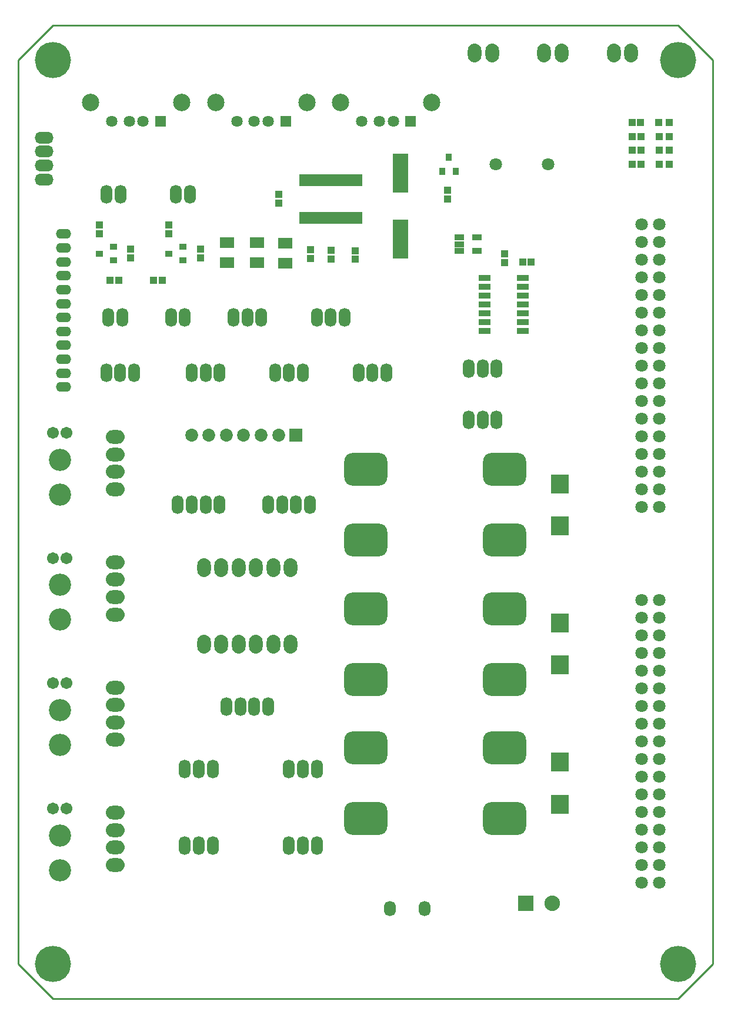
<source format=gts>
G04 Layer_Color=20142*
%FSLAX44Y44*%
%MOMM*%
G71*
G01*
G75*
%ADD22C,0.2540*%
G04:AMPARAMS|DCode=57|XSize=6.2032mm|YSize=4.7032mm|CornerRadius=1.2266mm|HoleSize=0mm|Usage=FLASHONLY|Rotation=180.000|XOffset=0mm|YOffset=0mm|HoleType=Round|Shape=RoundedRectangle|*
%AMROUNDEDRECTD57*
21,1,6.2032,2.2500,0,0,180.0*
21,1,3.7500,4.7032,0,0,180.0*
1,1,2.4532,-1.8750,1.1250*
1,1,2.4532,1.8750,1.1250*
1,1,2.4532,1.8750,-1.1250*
1,1,2.4532,-1.8750,-1.1250*
%
%ADD57ROUNDEDRECTD57*%
%ADD58R,1.1032X1.0032*%
%ADD59R,1.0000X0.9000*%
%ADD60R,2.0032X1.5032*%
%ADD61R,1.4224X0.8128*%
%ADD62R,1.0032X1.1032*%
%ADD63R,2.6532X2.7532*%
%ADD64R,0.6604X1.7526*%
%ADD65R,2.2032X5.7032*%
%ADD66R,0.9000X1.0000*%
%ADD67R,1.7526X0.8636*%
%ADD68R,1.0032X1.0032*%
%ADD69C,1.8032*%
%ADD70R,2.2352X2.2352*%
%ADD71C,2.2352*%
%ADD72O,2.7032X1.9532*%
%ADD73O,1.9532X2.7032*%
%ADD74O,2.7032X1.7032*%
%ADD75O,1.7032X2.7032*%
%ADD76O,1.7032X2.2032*%
%ADD77C,5.2032*%
%ADD78C,1.7032*%
%ADD79C,3.2032*%
%ADD80C,2.5032*%
%ADD81C,1.6312*%
%ADD82R,1.6312X1.6312*%
%ADD83O,2.2032X1.4032*%
%ADD84C,1.8542*%
%ADD85R,1.8542X1.8542*%
D22*
X70250Y1420000D02*
Y1420000D01*
X20250Y1370000D02*
X70250Y1420000D01*
X20250Y70000D02*
Y1370000D01*
Y70000D02*
X70250Y20000D01*
X970250D01*
X1020250Y70000D01*
Y1370000D01*
X970250Y1420000D02*
X1020250Y1370000D01*
X70250Y1420000D02*
X970250D01*
D57*
X520250Y380800D02*
D03*
Y279200D02*
D03*
X720250Y380800D02*
D03*
Y279200D02*
D03*
Y479200D02*
D03*
Y580800D02*
D03*
X520250Y479200D02*
D03*
Y580800D02*
D03*
Y780800D02*
D03*
Y679200D02*
D03*
X720250Y780800D02*
D03*
Y679200D02*
D03*
D58*
X638500Y1170000D02*
D03*
Y1182500D02*
D03*
X237250Y1120250D02*
D03*
Y1132750D02*
D03*
X137250Y1120250D02*
D03*
Y1132750D02*
D03*
X282250Y1097750D02*
D03*
Y1085250D02*
D03*
X182250Y1097750D02*
D03*
Y1085250D02*
D03*
X440750Y1096750D02*
D03*
Y1084250D02*
D03*
X505000Y1095750D02*
D03*
Y1083250D02*
D03*
X720250Y1078250D02*
D03*
Y1090750D02*
D03*
X470250Y1096250D02*
D03*
Y1083750D02*
D03*
X395250Y1176250D02*
D03*
Y1163750D02*
D03*
D59*
X237250Y1091500D02*
D03*
X257250Y1101000D02*
D03*
Y1082000D02*
D03*
X137250Y1091500D02*
D03*
X157250Y1101000D02*
D03*
Y1082000D02*
D03*
D60*
X404250Y1077250D02*
D03*
Y1106250D02*
D03*
X364000Y1078000D02*
D03*
Y1107000D02*
D03*
X321000Y1078500D02*
D03*
Y1107500D02*
D03*
D61*
X680200Y1114402D02*
D03*
Y1095250D02*
D03*
X655000D02*
D03*
Y1104750D02*
D03*
Y1114402D02*
D03*
D62*
X746250Y1079500D02*
D03*
X758750D02*
D03*
X916250Y1280000D02*
D03*
X903750D02*
D03*
X904000Y1260000D02*
D03*
X916500D02*
D03*
X904000Y1240000D02*
D03*
X916500D02*
D03*
X904000Y1220000D02*
D03*
X916500D02*
D03*
X215250Y1053000D02*
D03*
X227750D02*
D03*
X152250Y1052750D02*
D03*
X164750D02*
D03*
D63*
X800250Y360250D02*
D03*
Y299750D02*
D03*
Y760250D02*
D03*
Y699750D02*
D03*
Y560250D02*
D03*
Y499750D02*
D03*
D64*
X511906Y1197120D02*
D03*
X505556D02*
D03*
X499206D02*
D03*
X492856D02*
D03*
X486252D02*
D03*
X479902D02*
D03*
X473552D02*
D03*
X467050D02*
D03*
X460650D02*
D03*
X454250D02*
D03*
X447850D02*
D03*
X441450D02*
D03*
X435050D02*
D03*
X428650D02*
D03*
Y1142822D02*
D03*
X435050D02*
D03*
X441450D02*
D03*
X447850D02*
D03*
X454250D02*
D03*
X460650D02*
D03*
X467050D02*
D03*
X473552D02*
D03*
X479902D02*
D03*
X486252D02*
D03*
X492856D02*
D03*
X499206D02*
D03*
X505556D02*
D03*
X511906D02*
D03*
D65*
X570250Y1112500D02*
D03*
Y1207500D02*
D03*
D66*
X640250Y1230000D02*
D03*
X649750Y1210000D02*
D03*
X630750D02*
D03*
D67*
X691880Y1056600D02*
D03*
Y1043900D02*
D03*
Y1031200D02*
D03*
Y1018500D02*
D03*
Y1005800D02*
D03*
Y993100D02*
D03*
Y980400D02*
D03*
X746178D02*
D03*
Y993100D02*
D03*
Y1005800D02*
D03*
Y1018500D02*
D03*
Y1031200D02*
D03*
Y1043900D02*
D03*
Y1056600D02*
D03*
D68*
X957750Y1260000D02*
D03*
X942750D02*
D03*
X957750Y1240000D02*
D03*
X942750D02*
D03*
X957750Y1220000D02*
D03*
X942750D02*
D03*
X942500Y1280000D02*
D03*
X957500D02*
D03*
D69*
X942950Y726800D02*
D03*
X917550D02*
D03*
X942950Y930000D02*
D03*
X917550D02*
D03*
Y904600D02*
D03*
Y879200D02*
D03*
Y853800D02*
D03*
Y828400D02*
D03*
Y803000D02*
D03*
Y777600D02*
D03*
Y752200D02*
D03*
X942950D02*
D03*
Y777600D02*
D03*
Y803000D02*
D03*
Y828400D02*
D03*
Y853800D02*
D03*
Y879200D02*
D03*
Y904600D02*
D03*
Y1107800D02*
D03*
Y1082400D02*
D03*
Y1057000D02*
D03*
Y1031600D02*
D03*
Y1006200D02*
D03*
Y980800D02*
D03*
Y955400D02*
D03*
X917550D02*
D03*
Y980800D02*
D03*
Y1006200D02*
D03*
Y1031600D02*
D03*
Y1057000D02*
D03*
Y1082400D02*
D03*
Y1107800D02*
D03*
Y1133200D02*
D03*
X942950D02*
D03*
Y186800D02*
D03*
X917550D02*
D03*
X942950Y390000D02*
D03*
X917550D02*
D03*
Y364600D02*
D03*
Y339200D02*
D03*
Y313800D02*
D03*
Y288400D02*
D03*
Y263000D02*
D03*
Y237600D02*
D03*
Y212200D02*
D03*
X942950D02*
D03*
Y237600D02*
D03*
Y263000D02*
D03*
Y288400D02*
D03*
Y313800D02*
D03*
Y339200D02*
D03*
Y364600D02*
D03*
Y567800D02*
D03*
Y542400D02*
D03*
Y517000D02*
D03*
Y491600D02*
D03*
Y466200D02*
D03*
Y440800D02*
D03*
Y415400D02*
D03*
X917550D02*
D03*
Y440800D02*
D03*
Y466200D02*
D03*
Y491600D02*
D03*
Y517000D02*
D03*
Y542400D02*
D03*
Y567800D02*
D03*
Y593200D02*
D03*
X942950D02*
D03*
X707250Y1220000D02*
D03*
X783250D02*
D03*
D70*
X751200Y157300D02*
D03*
D71*
X789300D02*
D03*
D72*
X160000Y802500D02*
D03*
Y752500D02*
D03*
Y777500D02*
D03*
Y827500D02*
D03*
Y622500D02*
D03*
Y572500D02*
D03*
Y597500D02*
D03*
Y647500D02*
D03*
Y262500D02*
D03*
Y212500D02*
D03*
Y237500D02*
D03*
Y287500D02*
D03*
Y442500D02*
D03*
Y392500D02*
D03*
Y417500D02*
D03*
Y467500D02*
D03*
D73*
X802500Y1380000D02*
D03*
X777500D02*
D03*
X902500D02*
D03*
X877500D02*
D03*
X702500D02*
D03*
X677500D02*
D03*
X337500Y530000D02*
D03*
X287500D02*
D03*
X312500D02*
D03*
X362500D02*
D03*
X387500D02*
D03*
X412500D02*
D03*
X337500Y640000D02*
D03*
X287500D02*
D03*
X312500D02*
D03*
X362500D02*
D03*
X387500D02*
D03*
X412500D02*
D03*
D74*
X57250Y1218000D02*
D03*
Y1238000D02*
D03*
Y1258000D02*
D03*
Y1198000D02*
D03*
D75*
X668750Y925750D02*
D03*
X688750D02*
D03*
X708750D02*
D03*
X668750Y852000D02*
D03*
X688750D02*
D03*
X708750D02*
D03*
X147250Y1176500D02*
D03*
X167250D02*
D03*
X247250D02*
D03*
X267250D02*
D03*
X340000Y440000D02*
D03*
X360000D02*
D03*
X380000D02*
D03*
X320000D02*
D03*
X310000Y920000D02*
D03*
X290000D02*
D03*
X270000D02*
D03*
X390000D02*
D03*
X410000D02*
D03*
X430000D02*
D03*
X510000D02*
D03*
X530000D02*
D03*
X550000D02*
D03*
X450000Y1000000D02*
D03*
X470000D02*
D03*
X490000D02*
D03*
X330000D02*
D03*
X350000D02*
D03*
X370000D02*
D03*
X186878Y919734D02*
D03*
X166878D02*
D03*
X146878D02*
D03*
X260000Y240000D02*
D03*
X280000D02*
D03*
X300000D02*
D03*
X410000D02*
D03*
X430000D02*
D03*
X450000D02*
D03*
X260000Y350000D02*
D03*
X280000D02*
D03*
X300000D02*
D03*
X410000D02*
D03*
X430000D02*
D03*
X450000D02*
D03*
X240000Y1000000D02*
D03*
X260000D02*
D03*
X150000D02*
D03*
X170000D02*
D03*
X270000Y730000D02*
D03*
X290000D02*
D03*
X310000D02*
D03*
X250000D02*
D03*
X400000D02*
D03*
X420000D02*
D03*
X440000D02*
D03*
X380000D02*
D03*
D76*
X605250Y150000D02*
D03*
X555250D02*
D03*
D77*
X970250Y70000D02*
D03*
X70250D02*
D03*
Y1370000D02*
D03*
X970250D02*
D03*
D78*
X90000Y293500D02*
D03*
X70000D02*
D03*
X90000Y473500D02*
D03*
X70000D02*
D03*
X90000Y653500D02*
D03*
X70000D02*
D03*
Y833500D02*
D03*
X90000D02*
D03*
D79*
X80000Y255000D02*
D03*
Y205000D02*
D03*
Y435000D02*
D03*
Y385000D02*
D03*
Y615000D02*
D03*
Y565000D02*
D03*
Y745000D02*
D03*
Y795000D02*
D03*
D80*
X124300Y1308350D02*
D03*
X255700D02*
D03*
X304300D02*
D03*
X435700D02*
D03*
X484300D02*
D03*
X615700D02*
D03*
D81*
X155000Y1281250D02*
D03*
X180000D02*
D03*
X200000D02*
D03*
X335000D02*
D03*
X360000D02*
D03*
X380000D02*
D03*
X515000D02*
D03*
X540000D02*
D03*
X560000D02*
D03*
D82*
X225000D02*
D03*
X405000D02*
D03*
X585000D02*
D03*
D83*
X85000Y1039500D02*
D03*
Y979500D02*
D03*
Y899500D02*
D03*
Y959500D02*
D03*
Y939500D02*
D03*
Y919500D02*
D03*
Y999500D02*
D03*
Y1019500D02*
D03*
Y1059500D02*
D03*
Y1079500D02*
D03*
Y1099500D02*
D03*
Y1119500D02*
D03*
D84*
X269886Y830000D02*
D03*
X294778D02*
D03*
X319924D02*
D03*
X344816D02*
D03*
X369962D02*
D03*
X394854D02*
D03*
D85*
X420000D02*
D03*
M02*

</source>
